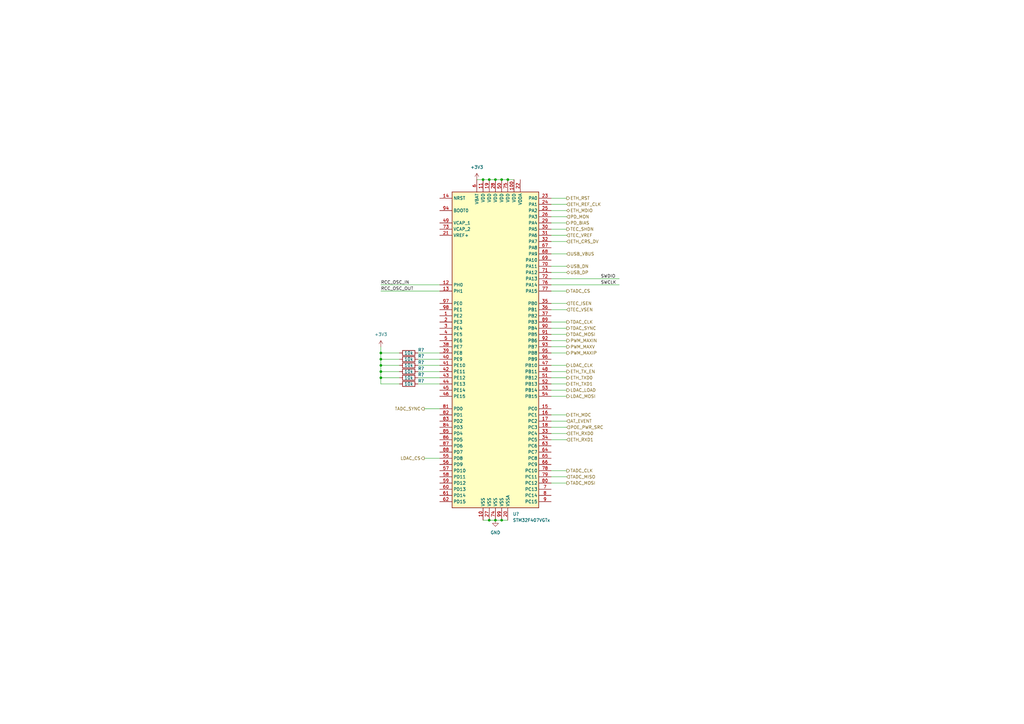
<source format=kicad_sch>
(kicad_sch (version 20211123) (generator eeschema)
  (paper "A3")
  (title_block (title "Kirdy") (date "2022-07-03") (rev "r0.1") (company "M-Labs") (comment 1 "Alex Wong Tat Hang"))
  (lib_symbols
    (symbol "Device:R" (pin_numbers hide) (pin_names (offset 0))
      (property "Reference" "R" (at 2.032 0 90))
      (property "Value" "R" (at 0 0 90))
      (symbol "R_0_1"
        (rectangle (start -1.016 -2.54) (end 1.016 2.54) (stroke (width 0.254)))
      )
      (symbol "R_1_1"
        (pin passive line (at 0 3.81 270) (length 1.27) (name "~") (number "1"))
        (pin passive line (at 0 -3.81 90) (length 1.27) (name "~") (number "2"))
      )
    )
    (symbol "MCU_ST_STM32F4:STM32F407VGTx"
      (property "Reference" "U" (at -17.78 64.77 0))
      (property "Value" "STM32F407VGTx" (at 12.7 64.77 0))
      (symbol "STM32F407VGTx_0_1"
        (rectangle (start -17.78 -66.04) (end 17.78 63.5) (stroke (width 0.254)) (fill (type background)))
      )
      (symbol "STM32F407VGTx_1_1"
        (pin bidirectional line (at -22.86 12.7 0) (length 5.08) (name "PE2") (number "1"))
        (pin power_in line (at -5.08 -71.12 90) (length 5.08) (name "VSS") (number "10"))
        (pin power_in line (at 7.62 68.58 270) (length 5.08) (name "VDD") (number "100"))
        (pin power_in line (at -5.08 68.58 270) (length 5.08) (name "VDD") (number "11"))
        (pin input line (at -22.86 25.4 0) (length 5.08) (name "PH0") (number "12"))
        (pin input line (at -22.86 22.86 0) (length 5.08) (name "PH1") (number "13"))
        (pin input line (at -22.86 60.96 0) (length 5.08) (name "NRST") (number "14"))
        (pin bidirectional line (at 22.86 -25.4 180) (length 5.08) (name "PC0") (number "15"))
        (pin bidirectional line (at 22.86 -27.94 180) (length 5.08) (name "PC1") (number "16"))
        (pin bidirectional line (at 22.86 -30.48 180) (length 5.08) (name "PC2") (number "17"))
        (pin bidirectional line (at 22.86 -33.02 180) (length 5.08) (name "PC3") (number "18"))
        (pin power_in line (at -2.54 68.58 270) (length 5.08) (name "VDD") (number "19"))
        (pin bidirectional line (at -22.86 10.16 0) (length 5.08) (name "PE3") (number "2"))
        (pin power_in line (at 5.08 -71.12 90) (length 5.08) (name "VSSA") (number "20"))
        (pin power_in line (at -22.86 45.72 0) (length 5.08) (name "VREF+") (number "21"))
        (pin power_in line (at 10.16 68.58 270) (length 5.08) (name "VDDA") (number "22"))
        (pin bidirectional line (at 22.86 60.96 180) (length 5.08) (name "PA0") (number "23"))
        (pin bidirectional line (at 22.86 58.42 180) (length 5.08) (name "PA1") (number "24"))
        (pin bidirectional line (at 22.86 55.88 180) (length 5.08) (name "PA2") (number "25"))
        (pin bidirectional line (at 22.86 53.34 180) (length 5.08) (name "PA3") (number "26"))
        (pin power_in line (at -2.54 -71.12 90) (length 5.08) (name "VSS") (number "27"))
        (pin power_in line (at 0 68.58 270) (length 5.08) (name "VDD") (number "28"))
        (pin bidirectional line (at 22.86 50.8 180) (length 5.08) (name "PA4") (number "29"))
        (pin bidirectional line (at -22.86 7.62 0) (length 5.08) (name "PE4") (number "3"))
        (pin bidirectional line (at 22.86 48.26 180) (length 5.08) (name "PA5") (number "30"))
        (pin bidirectional line (at 22.86 45.72 180) (length 5.08) (name "PA6") (number "31"))
        (pin bidirectional line (at 22.86 43.18 180) (length 5.08) (name "PA7") (number "32"))
        (pin bidirectional line (at 22.86 -35.56 180) (length 5.08) (name "PC4") (number "33"))
        (pin bidirectional line (at 22.86 -38.1 180) (length 5.08) (name "PC5") (number "34"))
        (pin bidirectional line (at 22.86 17.78 180) (length 5.08) (name "PB0") (number "35"))
        (pin bidirectional line (at 22.86 15.24 180) (length 5.08) (name "PB1") (number "36"))
        (pin bidirectional line (at 22.86 12.7 180) (length 5.08) (name "PB2") (number "37"))
        (pin bidirectional line (at -22.86 0 0) (length 5.08) (name "PE7") (number "38"))
        (pin bidirectional line (at -22.86 -2.54 0) (length 5.08) (name "PE8") (number "39"))
        (pin bidirectional line (at -22.86 5.08 0) (length 5.08) (name "PE5") (number "4"))
        (pin bidirectional line (at -22.86 -5.08 0) (length 5.08) (name "PE9") (number "40"))
        (pin bidirectional line (at -22.86 -7.62 0) (length 5.08) (name "PE10") (number "41"))
        (pin bidirectional line (at -22.86 -10.16 0) (length 5.08) (name "PE11") (number "42"))
        (pin bidirectional line (at -22.86 -12.7 0) (length 5.08) (name "PE12") (number "43"))
        (pin bidirectional line (at -22.86 -15.24 0) (length 5.08) (name "PE13") (number "44"))
        (pin bidirectional line (at -22.86 -17.78 0) (length 5.08) (name "PE14") (number "45"))
        (pin bidirectional line (at -22.86 -20.32 0) (length 5.08) (name "PE15") (number "46"))
        (pin bidirectional line (at 22.86 -7.62 180) (length 5.08) (name "PB10") (number "47"))
        (pin bidirectional line (at 22.86 -10.16 180) (length 5.08) (name "PB11") (number "48"))
        (pin power_in line (at -22.86 50.8 0) (length 5.08) (name "VCAP_1") (number "49"))
        (pin bidirectional line (at -22.86 2.54 0) (length 5.08) (name "PE6") (number "5"))
        (pin power_in line (at 2.54 68.58 270) (length 5.08) (name "VDD") (number "50"))
        (pin bidirectional line (at 22.86 -12.7 180) (length 5.08) (name "PB12") (number "51"))
        (pin bidirectional line (at 22.86 -15.24 180) (length 5.08) (name "PB13") (number "52"))
        (pin bidirectional line (at 22.86 -17.78 180) (length 5.08) (name "PB14") (number "53"))
        (pin bidirectional line (at 22.86 -20.32 180) (length 5.08) (name "PB15") (number "54"))
        (pin bidirectional line (at -22.86 -45.72 0) (length 5.08) (name "PD8") (number "55"))
        (pin bidirectional line (at -22.86 -48.26 0) (length 5.08) (name "PD9") (number "56"))
        (pin bidirectional line (at -22.86 -50.8 0) (length 5.08) (name "PD10") (number "57"))
        (pin bidirectional line (at -22.86 -53.34 0) (length 5.08) (name "PD11") (number "58"))
        (pin bidirectional line (at -22.86 -55.88 0) (length 5.08) (name "PD12") (number "59"))
        (pin power_in line (at -7.62 68.58 270) (length 5.08) (name "VBAT") (number "6"))
        (pin bidirectional line (at -22.86 -58.42 0) (length 5.08) (name "PD13") (number "60"))
        (pin bidirectional line (at -22.86 -60.96 0) (length 5.08) (name "PD14") (number "61"))
        (pin bidirectional line (at -22.86 -63.5 0) (length 5.08) (name "PD15") (number "62"))
        (pin bidirectional line (at 22.86 -40.64 180) (length 5.08) (name "PC6") (number "63"))
        (pin bidirectional line (at 22.86 -43.18 180) (length 5.08) (name "PC7") (number "64"))
        (pin bidirectional line (at 22.86 -45.72 180) (length 5.08) (name "PC8") (number "65"))
        (pin bidirectional line (at 22.86 -48.26 180) (length 5.08) (name "PC9") (number "66"))
        (pin bidirectional line (at 22.86 40.64 180) (length 5.08) (name "PA8") (number "67"))
        (pin bidirectional line (at 22.86 38.1 180) (length 5.08) (name "PA9") (number "68"))
        (pin bidirectional line (at 22.86 35.56 180) (length 5.08) (name "PA10") (number "69"))
        (pin bidirectional line (at 22.86 -58.42 180) (length 5.08) (name "PC13") (number "7"))
        (pin bidirectional line (at 22.86 33.02 180) (length 5.08) (name "PA11") (number "70"))
        (pin bidirectional line (at 22.86 30.48 180) (length 5.08) (name "PA12") (number "71"))
        (pin bidirectional line (at 22.86 27.94 180) (length 5.08) (name "PA13") (number "72"))
        (pin power_in line (at -22.86 48.26 0) (length 5.08) (name "VCAP_2") (number "73"))
        (pin power_in line (at 0 -71.12 90) (length 5.08) (name "VSS") (number "74"))
        (pin power_in line (at 5.08 68.58 270) (length 5.08) (name "VDD") (number "75"))
        (pin bidirectional line (at 22.86 25.4 180) (length 5.08) (name "PA14") (number "76"))
        (pin bidirectional line (at 22.86 22.86 180) (length 5.08) (name "PA15") (number "77"))
        (pin bidirectional line (at 22.86 -50.8 180) (length 5.08) (name "PC10") (number "78"))
        (pin bidirectional line (at 22.86 -53.34 180) (length 5.08) (name "PC11") (number "79"))
        (pin bidirectional line (at 22.86 -60.96 180) (length 5.08) (name "PC14") (number "8"))
        (pin bidirectional line (at 22.86 -55.88 180) (length 5.08) (name "PC12") (number "80"))
        (pin bidirectional line (at -22.86 -25.4 0) (length 5.08) (name "PD0") (number "81"))
        (pin bidirectional line (at -22.86 -27.94 0) (length 5.08) (name "PD1") (number "82"))
        (pin bidirectional line (at -22.86 -30.48 0) (length 5.08) (name "PD2") (number "83"))
        (pin bidirectional line (at -22.86 -33.02 0) (length 5.08) (name "PD3") (number "84"))
        (pin bidirectional line (at -22.86 -35.56 0) (length 5.08) (name "PD4") (number "85"))
        (pin bidirectional line (at -22.86 -38.1 0) (length 5.08) (name "PD5") (number "86"))
        (pin bidirectional line (at -22.86 -40.64 0) (length 5.08) (name "PD6") (number "87"))
        (pin bidirectional line (at -22.86 -43.18 0) (length 5.08) (name "PD7") (number "88"))
        (pin bidirectional line (at 22.86 10.16 180) (length 5.08) (name "PB3") (number "89"))
        (pin bidirectional line (at 22.86 -63.5 180) (length 5.08) (name "PC15") (number "9"))
        (pin bidirectional line (at 22.86 7.62 180) (length 5.08) (name "PB4") (number "90"))
        (pin bidirectional line (at 22.86 5.08 180) (length 5.08) (name "PB5") (number "91"))
        (pin bidirectional line (at 22.86 2.54 180) (length 5.08) (name "PB6") (number "92"))
        (pin bidirectional line (at 22.86 0 180) (length 5.08) (name "PB7") (number "93"))
        (pin input line (at -22.86 55.88 0) (length 5.08) (name "BOOT0") (number "94"))
        (pin bidirectional line (at 22.86 -2.54 180) (length 5.08) (name "PB8") (number "95"))
        (pin bidirectional line (at 22.86 -5.08 180) (length 5.08) (name "PB9") (number "96"))
        (pin bidirectional line (at -22.86 17.78 0) (length 5.08) (name "PE0") (number "97"))
        (pin bidirectional line (at -22.86 15.24 0) (length 5.08) (name "PE1") (number "98"))
        (pin power_in line (at 2.54 -71.12 90) (length 5.08) (name "VSS") (number "99"))
      )
    )
    (symbol "power:+3V3" (power) (pin_names (offset 0))
      (property "Value" "+3V3" (at 0 3.556 0))
      (symbol "+3V3_0_1"
        (polyline (pts (xy -0.762 1.27) (xy 0 2.54)))
        (polyline (pts (xy 0 0) (xy 0 2.54)))
        (polyline (pts (xy 0 2.54) (xy 0.762 1.27)))
      )
      (symbol "+3V3_1_1"
        (pin power_in line (at 0 0 90) (length 0) hide (name "+3V3") (number "1"))
      )
    )
    (symbol "power:GND" (power) (pin_names (offset 0))
      (property "Value" "GND" (at 0 -3.81 0))
      (symbol "GND_0_1"
        (polyline (pts (xy 0 0) (xy 0 -1.27) (xy 1.27 -1.27) (xy 0 -2.54) (xy -1.27 -1.27) (xy 0 -1.27)))
      )
      (symbol "GND_1_1"
        (pin power_in line (at 0 0 270) (length 0) hide (name "GND") (number "1"))
      )
    )
  )
  (junction (at 205.74 213.36))
  (junction (at 198.12 73.66))
  (junction (at 200.66 73.66))
  (junction (at 203.2 213.36))
  (junction (at 156.21 154.94))
  (junction (at 156.21 152.4))
  (junction (at 200.66 213.36))
  (junction (at 208.28 73.66))
  (junction (at 156.21 144.78))
  (junction (at 203.2 73.66))
  (junction (at 156.21 147.32))
  (junction (at 205.74 73.66))
  (junction (at 156.21 149.86))
  (wire (pts (xy 226.06 180.34) (xy 232.41 180.34)))
  (wire (pts (xy 226.06 170.18) (xy 232.41 170.18)))
  (wire (pts (xy 226.06 160.02) (xy 232.41 160.02)))
  (wire (pts (xy 226.06 99.06) (xy 232.41 99.06)))
  (wire (pts (xy 156.21 116.84) (xy 180.34 116.84)))
  (wire (pts (xy 226.06 104.14) (xy 232.41 104.14)))
  (wire (pts (xy 226.06 86.36) (xy 232.41 86.36)))
  (wire (pts (xy 198.12 213.36) (xy 200.66 213.36)))
  (wire (pts (xy 195.58 73.66) (xy 198.12 73.66)))
  (wire (pts (xy 156.21 152.4) (xy 156.21 154.94)))
  (wire (pts (xy 173.99 187.96) (xy 180.34 187.96)))
  (wire (pts (xy 203.2 213.36) (xy 205.74 213.36)))
  (wire (pts (xy 226.06 139.7) (xy 232.41 139.7)))
  (wire (pts (xy 226.06 116.84) (xy 254 116.84)))
  (wire (pts (xy 156.21 152.4) (xy 163.83 152.4)))
  (wire (pts (xy 171.45 149.86) (xy 180.34 149.86)))
  (wire (pts (xy 156.21 149.86) (xy 163.83 149.86)))
  (wire (pts (xy 171.45 147.32) (xy 180.34 147.32)))
  (wire (pts (xy 156.21 154.94) (xy 156.21 157.48)))
  (wire (pts (xy 226.06 177.8) (xy 232.41 177.8)))
  (wire (pts (xy 226.06 193.04) (xy 232.41 193.04)))
  (wire (pts (xy 156.21 147.32) (xy 156.21 149.86)))
  (wire (pts (xy 156.21 154.94) (xy 163.83 154.94)))
  (wire (pts (xy 226.06 154.94) (xy 232.41 154.94)))
  (wire (pts (xy 226.06 111.76) (xy 232.41 111.76)))
  (wire (pts (xy 226.06 134.62) (xy 232.41 134.62)))
  (wire (pts (xy 226.06 149.86) (xy 232.41 149.86)))
  (wire (pts (xy 226.06 137.16) (xy 232.41 137.16)))
  (wire (pts (xy 226.06 93.98) (xy 232.41 93.98)))
  (wire (pts (xy 200.66 213.36) (xy 203.2 213.36)))
  (wire (pts (xy 203.2 73.66) (xy 205.74 73.66)))
  (wire (pts (xy 226.06 198.12) (xy 232.41 198.12)))
  (wire (pts (xy 156.21 144.78) (xy 156.21 147.32)))
  (wire (pts (xy 226.06 172.72) (xy 232.41 172.72)))
  (wire (pts (xy 198.12 73.66) (xy 200.66 73.66)))
  (wire (pts (xy 156.21 144.78) (xy 163.83 144.78)))
  (wire (pts (xy 156.21 149.86) (xy 156.21 152.4)))
  (wire (pts (xy 226.06 124.46) (xy 232.41 124.46)))
  (wire (pts (xy 226.06 152.4) (xy 232.41 152.4)))
  (wire (pts (xy 226.06 195.58) (xy 232.41 195.58)))
  (wire (pts (xy 156.21 147.32) (xy 163.83 147.32)))
  (wire (pts (xy 208.28 73.66) (xy 210.82 73.66)))
  (wire (pts (xy 156.21 119.38) (xy 180.34 119.38)))
  (wire (pts (xy 226.06 142.24) (xy 232.41 142.24)))
  (wire (pts (xy 226.06 132.08) (xy 232.41 132.08)))
  (wire (pts (xy 171.45 154.94) (xy 180.34 154.94)))
  (wire (pts (xy 205.74 73.66) (xy 208.28 73.66)))
  (wire (pts (xy 226.06 109.22) (xy 232.41 109.22)))
  (wire (pts (xy 156.21 142.24) (xy 156.21 144.78)))
  (wire (pts (xy 156.21 157.48) (xy 163.83 157.48)))
  (wire (pts (xy 226.06 175.26) (xy 232.41 175.26)))
  (wire (pts (xy 226.06 88.9) (xy 232.41 88.9)))
  (wire (pts (xy 226.06 96.52) (xy 232.41 96.52)))
  (wire (pts (xy 226.06 119.38) (xy 232.41 119.38)))
  (wire (pts (xy 226.06 127) (xy 232.41 127)))
  (wire (pts (xy 226.06 81.28) (xy 232.41 81.28)))
  (wire (pts (xy 226.06 83.82) (xy 232.41 83.82)))
  (wire (pts (xy 205.74 213.36) (xy 208.28 213.36)))
  (wire (pts (xy 226.06 144.78) (xy 232.41 144.78)))
  (wire (pts (xy 226.06 91.44) (xy 232.41 91.44)))
  (wire (pts (xy 226.06 162.56) (xy 232.41 162.56)))
  (wire (pts (xy 171.45 144.78) (xy 180.34 144.78)))
  (wire (pts (xy 226.06 114.3) (xy 254 114.3)))
  (wire (pts (xy 226.06 157.48) (xy 232.41 157.48)))
  (wire (pts (xy 173.99 167.64) (xy 180.34 167.64)))
  (wire (pts (xy 171.45 152.4) (xy 180.34 152.4)))
  (wire (pts (xy 171.45 157.48) (xy 180.34 157.48)))
  (wire (pts (xy 200.66 73.66) (xy 203.2 73.66)))
  (label "SWDIO" (at 246.38 114.3 0))
  (label "RCC_OSC_IN" (at 156.21 116.84 0))
  (label "RCC_OSC_OUT" (at 156.21 119.38 0))
  (label "SWCLK" (at 246.38 116.84 0))
  (hierarchical_label "USB_DP" (shape bidirectional) (at 232.41 111.76 0))
  (hierarchical_label "TEC_VREF" (shape input) (at 232.41 96.52 0))
  (hierarchical_label "ETH_REF_CLK" (shape input) (at 232.41 83.82 0))
  (hierarchical_label "USB_VBUS" (shape input) (at 232.41 104.14 0))
  (hierarchical_label "TADC_CLK" (shape output) (at 232.41 193.04 0))
  (hierarchical_label "TDAC_MOSI" (shape output) (at 232.41 137.16 0))
  (hierarchical_label "PWM_MAXIP" (shape output) (at 232.41 144.78 0))
  (hierarchical_label "USB_DN" (shape bidirectional) (at 232.41 109.22 0))
  (hierarchical_label "ETH_RST" (shape output) (at 232.41 81.28 0))
  (hierarchical_label "TEC_SHDN" (shape output) (at 232.41 93.98 0))
  (hierarchical_label "ETH_TXD1" (shape output) (at 232.41 157.48 0))
  (hierarchical_label "ETH_MDIO" (shape bidirectional) (at 232.41 86.36 0))
  (hierarchical_label "LDAC_MOSI" (shape output) (at 232.41 162.56 0))
  (hierarchical_label "AT_EVENT" (shape input) (at 232.41 172.72 0))
  (hierarchical_label "PWM_MAXV" (shape output) (at 232.41 142.24 0))
  (hierarchical_label "POE_PWR_SRC" (shape input) (at 232.41 175.26 0))
  (hierarchical_label "TADC_CS" (shape output) (at 232.41 119.38 0))
  (hierarchical_label "ETH_RXD0" (shape input) (at 232.41 177.8 0))
  (hierarchical_label "PD_BIAS" (shape output) (at 232.41 91.44 0))
  (hierarchical_label "TADC_MISO" (shape input) (at 232.41 195.58 0))
  (hierarchical_label "LDAC_CS" (shape output) (at 173.99 187.96 180))
  (hierarchical_label "TADC_MOSI" (shape output) (at 232.41 198.12 0))
  (hierarchical_label "ETH_CRS_DV" (shape input) (at 232.41 99.06 0))
  (hierarchical_label "TADC_SYNC" (shape output) (at 173.99 167.64 180))
  (hierarchical_label "PWM_MAXIN" (shape output) (at 232.41 139.7 0))
  (hierarchical_label "TEC_ISEN" (shape input) (at 232.41 124.46 0))
  (hierarchical_label "TEC_VSEN" (shape input) (at 232.41 127 0))
  (hierarchical_label "ETH_TX_EN" (shape output) (at 232.41 152.4 0))
  (hierarchical_label "TDAC_SYNC" (shape output) (at 232.41 134.62 0))
  (hierarchical_label "ETH_TXD0" (shape output) (at 232.41 154.94 0))
  (hierarchical_label "PD_MON" (shape input) (at 232.41 88.9 0))
  (hierarchical_label "ETH_RXD1" (shape input) (at 232.41 180.34 0))
  (hierarchical_label "LDAC_LOAD" (shape output) (at 232.41 160.02 0))
  (hierarchical_label "ETH_MDC" (shape output) (at 232.41 170.18 0))
  (hierarchical_label "LDAC_CLK" (shape output) (at 232.41 149.86 0))
  (hierarchical_label "TDAC_CLK" (shape output) (at 232.41 132.08 0))
  (symbol (lib_id "Device:R") (at 167.64 149.86 90) (unit 1)
    (property "Reference" "R?" (at 172.72 148.59 90))
    (property "Value" "10k" (at 167.64 149.86 90))
  )
  (symbol (lib_id "power:GND") (at 203.2 213.36 0) (unit 1)
    (property "Reference" "#PWR?" (effects hide))
    (property "Value" "GND" (at 203.2 218.44 0))
  )
  (symbol (lib_id "MCU_ST_STM32F4:STM32F407VGTx") (at 203.2 142.24 0) (unit 1)
    (property "Reference" "U?" (at 210.2994 210.82 0) (effects (justify left)))
    (property "Value" "STM32F407VGTx" (at 210.2994 213.36 0) (effects (justify left)))
    (property "Footprint" "Package_QFP:LQFP-100_14x14mm_P0.5mm" (effects hide))
    (property "Datasheet" "http://www.st.com/st-web-ui/static/active/en/resource/technical/document/datasheet/DM00037051.pdf" (effects hide))
  )
  (symbol (lib_id "Device:R") (at 167.64 147.32 90) (unit 1)
    (property "Reference" "R?" (at 172.72 146.05 90))
    (property "Value" "10k" (at 167.64 147.32 90))
  )
  (symbol (lib_id "power:+3V3") (at 156.21 142.24 0) (unit 1)
    (property "Reference" "#PWR?" (effects hide))
    (property "Value" "+3V3" (at 156.21 137.16 0))
  )
  (symbol (lib_id "Device:R") (at 167.64 144.78 90) (unit 1)
    (property "Reference" "R?" (at 172.72 143.51 90))
    (property "Value" "10k" (at 167.64 144.78 90))
  )
  (symbol (lib_id "Device:R") (at 167.64 152.4 90) (unit 1)
    (property "Reference" "R?" (at 172.72 151.13 90))
    (property "Value" "10k" (at 167.64 152.4 90))
  )
  (symbol (lib_id "power:+3V3") (at 195.58 73.66 0) (unit 1)
    (property "Reference" "#PWR?" (effects hide))
    (property "Value" "+3V3" (at 195.58 68.58 0))
  )
  (symbol (lib_id "Device:R") (at 167.64 154.94 90) (unit 1)
    (property "Reference" "R?" (at 172.72 153.67 90))
    (property "Value" "10k" (at 167.64 154.94 90))
  )
  (symbol (lib_id "Device:R") (at 167.64 157.48 90) (unit 1)
    (property "Reference" "R?" (at 172.72 156.21 90))
    (property "Value" "10k" (at 167.64 157.48 90))
  )
)
</source>
